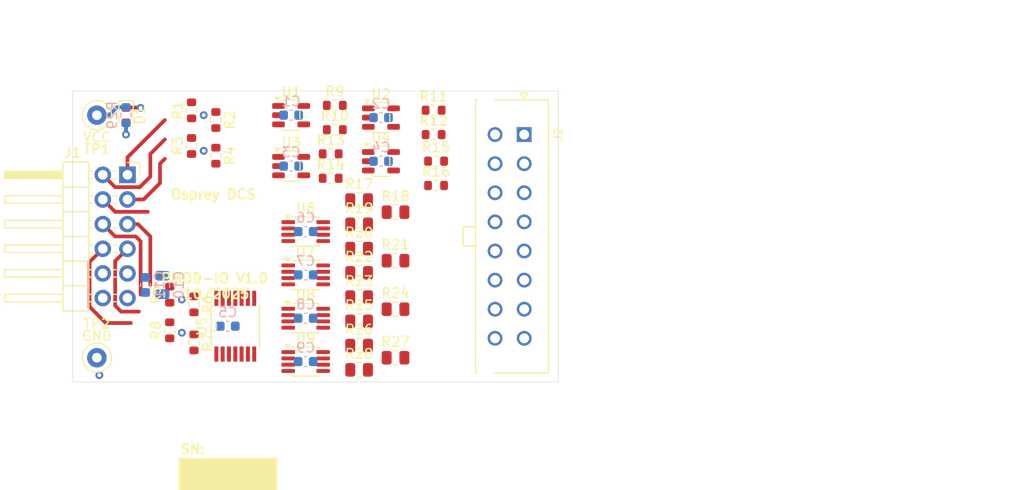
<source format=kicad_pcb>
(kicad_pcb (version 20241229) (generator "pcbnew") (generator_version "9.0")
  (layers (0 "F.Cu" signal) (4 "In1.Cu" signal) (6 "In2.Cu" signal) (2 "B.Cu" signal) (13 "F.Paste" user) (15 "B.Paste" user) (5 "F.SilkS" user "F.Silkscreen") (7 "B.SilkS" user "B.Silkscreen") (1 "F.Mask" user) (3 "B.Mask" user) (25 "Edge.Cuts" user))
  (net 0 "")
  (net 1 "GND")
  (net 2 "+3.3V")
  (net 3 "Net-(D1-A)")
  (net 4 "/PMOD_IN3")
  (net 5 "/PMOD_IN2")
  (net 6 "/PMOD_IN1")
  (net 7 "/PMOD_OUT2")
  (net 8 "/PMOD_IN4")
  (net 9 "/PMOD_OUT4")
  (net 10 "/PMOD_OUT1")
  (net 11 "/OUT1")
  (net 12 "/IN1")
  (net 13 "/OUT2")
  (net 14 "/IN2")
  (net 15 "/IN3")
  (net 16 "/IN4")
  (net 17 "/OUT4")
  (net 18 "/OUT3")
  (net 19 "Net-(U6-1Y)")
  (net 20 "Net-(U6-2Y)")
  (net 21 "Net-(U6-3Y)")
  (net 22 "Net-(U7-1Y)")
  (net 23 "Net-(U7-2Y)")
  (net 24 "Net-(U7-3Y)")
  (net 25 "Net-(U8-1Y)")
  (net 26 "Net-(U8-2Y)")
  (net 27 "Net-(U8-3Y)")
  (net 28 "Net-(U9-1Y)")
  (net 29 "Net-(U9-2Y)")
  (net 30 "Net-(U9-3Y)")
  (net 35 "Net-(U5-2Y)")
  (net 36 "Net-(U5-4Y)")
  (net 37 "Net-(U5-3Y)")
  (net 39 "/PMOD_OUT3")
  (net 40 "Net-(U5-5Y)")
  (net 42 "Net-(U1-1Y)")
  (net 43 "Net-(U2-1A)")
  (net 44 "Net-(U3-1A)")
  (net 45 "Net-(U4-1A)")
  (footprint "0local:R_0603_1608Metric" (layer "F.Cu") (at 126.575 76.49)
    (property "Reference" "R13" (at 0 -1.43 0) (layer "F.SilkS"))
    (property "Value" "1k")
    (pad "1" smd roundrect (at -0.825 0) (size 0.8 0.95) (layers "F.Cu" "F.Mask" "F.Paste") (net 44 "Net-(U3-1A)"))
    (pad "2" smd roundrect (at 0.825 0) (size 0.8 0.95) (layers "F.Cu" "F.Mask" "F.Paste") (net 15 "/IN3"))
  )
  (footprint "0local:SN74LVC3G34DCT" (layer "F.Cu") (at 124 97.895)
    (property "Reference" "U9" (at 0 -2.4 0) (layer "F.SilkS"))
    (property "Value" "SN74LVC3G34DCT")
    (pad "1" smd roundrect (at -1.8 -0.975 270) (size 0.4 1.4) (layers "F.Cu" "F.Mask" "F.Paste") (net 37 "Net-(U5-3Y)"))
    (pad "2" smd roundrect (at -1.8 -0.325 270) (size 0.4 1.4) (layers "F.Cu" "F.Mask" "F.Paste") (net 30 "Net-(U9-3Y)"))
    (pad "3" smd roundrect (at -1.8 0.325 270) (size 0.4 1.4) (layers "F.Cu" "F.Mask" "F.Paste") (net 37 "Net-(U5-3Y)"))
    (pad "4" smd roundrect (at -1.8 0.975 270) (size 0.4 1.4) (layers "F.Cu" "F.Mask" "F.Paste") (net 1 "GND"))
    (pad "5" smd roundrect (at 1.8 0.975 270) (size 0.4 1.4) (layers "F.Cu" "F.Mask" "F.Paste") (net 29 "Net-(U9-2Y)"))
    (pad "6" smd roundrect (at 1.8 0.325 270) (size 0.4 1.4) (layers "F.Cu" "F.Mask" "F.Paste") (net 37 "Net-(U5-3Y)"))
    (pad "7" smd roundrect (at 1.8 -0.325 270) (size 0.4 1.4) (layers "F.Cu" "F.Mask" "F.Paste") (net 28 "Net-(U9-1Y)"))
    (pad "8" smd roundrect (at 1.8 -0.975 270) (size 0.4 1.4) (layers "F.Cu" "F.Mask" "F.Paste") (net 2 "+3.3V"))
  )
  (footprint "0local:SN74LVC3G34DCT" (layer "F.Cu") (at 124 88.965)
    (property "Reference" "U7" (at 0 -2.4 0) (layer "F.SilkS"))
    (property "Value" "SN74LVC3G34DCT")
    (pad "1" smd roundrect (at -1.8 -0.975 270) (size 0.4 1.4) (layers "F.Cu" "F.Mask" "F.Paste") (net 40 "Net-(U5-5Y)"))
    (pad "2" smd roundrect (at -1.8 -0.325 270) (size 0.4 1.4) (layers "F.Cu" "F.Mask" "F.Paste") (net 24 "Net-(U7-3Y)"))
    (pad "3" smd roundrect (at -1.8 0.325 270) (size 0.4 1.4) (layers "F.Cu" "F.Mask" "F.Paste") (net 40 "Net-(U5-5Y)"))
    (pad "4" smd roundrect (at -1.8 0.975 270) (size 0.4 1.4) (layers "F.Cu" "F.Mask" "F.Paste") (net 1 "GND"))
    (pad "5" smd roundrect (at 1.8 0.975 270) (size 0.4 1.4) (layers "F.Cu" "F.Mask" "F.Paste") (net 23 "Net-(U7-2Y)"))
    (pad "6" smd roundrect (at 1.8 0.325 270) (size 0.4 1.4) (layers "F.Cu" "F.Mask" "F.Paste") (net 40 "Net-(U5-5Y)"))
    (pad "7" smd roundrect (at 1.8 -0.325 270) (size 0.4 1.4) (layers "F.Cu" "F.Mask" "F.Paste") (net 22 "Net-(U7-1Y)"))
    (pad "8" smd roundrect (at 1.8 -0.975 270) (size 0.4 1.4) (layers "F.Cu" "F.Mask" "F.Paste") (net 2 "+3.3V"))
  )
  (footprint "0local:R_0805_2012Metric" (layer "F.Cu") (at 133.25 97.5)
    (property "Reference" "R27" (at 0 -1.65 0) (layer "F.SilkS"))
    (property "Value" "143")
    (pad "1" smd roundrect (at -0.9125 0) (size 1.025 1.4) (layers "F.Cu" "F.Mask" "F.Paste") (roundrect_rratio 0.243902) (net 29 "Net-(U9-2Y)"))
    (pad "2" smd roundrect (at 0.9125 0) (size 1.025 1.4) (layers "F.Cu" "F.Mask" "F.Paste") (roundrect_rratio 0.243902) (net 17 "/OUT4"))
  )
  (footprint "0local:R_0805_2012Metric" (layer "F.Cu") (at 133.25 82.5)
    (property "Reference" "R18" (at 0 -1.65 0) (layer "F.SilkS"))
    (property "Value" "143")
    (pad "1" smd roundrect (at -0.9125 0) (size 1.025 1.4) (layers "F.Cu" "F.Mask" "F.Paste") (roundrect_rratio 0.243902) (net 20 "Net-(U6-2Y)"))
    (pad "2" smd roundrect (at 0.9125 0) (size 1.025 1.4) (layers "F.Cu" "F.Mask" "F.Paste") (roundrect_rratio 0.243902) (net 11 "/OUT1"))
  )
  (footprint "0local:R_0805_2012Metric" (layer "F.Cu") (at 129.5 81.25)
    (property "Reference" "R17" (at 0 -1.65 0) (layer "F.SilkS"))
    (property "Value" "143")
    (pad "1" smd roundrect (at -0.9125 0) (size 1.025 1.4) (layers "F.Cu" "F.Mask" "F.Paste") (roundrect_rratio 0.243902) (net 19 "Net-(U6-1Y)"))
    (pad "2" smd roundrect (at 0.9125 0) (size 1.025 1.4) (layers "F.Cu" "F.Mask" "F.Paste") (roundrect_rratio 0.243902) (net 11 "/OUT1"))
  )
  (footprint "0local:R_0603_1608Metric" (layer "F.Cu") (at 137.175 71.99)
    (property "Reference" "R11" (at 0 -1.43 0) (layer "F.SilkS"))
    (property "Value" "1k")
    (pad "1" smd roundrect (at -0.825 0) (size 0.8 0.95) (layers "F.Cu" "F.Mask" "F.Paste") (net 43 "Net-(U2-1A)"))
    (pad "2" smd roundrect (at 0.825 0) (size 0.8 0.95) (layers "F.Cu" "F.Mask" "F.Paste") (net 14 "/IN2"))
  )
  (footprint "0local:R_0805_2012Metric" (layer "F.Cu") (at 133.25 92.5)
    (property "Reference" "R24" (at 0 -1.65 0) (layer "F.SilkS"))
    (property "Value" "143")
    (pad "1" smd roundrect (at -0.9125 0) (size 1.025 1.4) (layers "F.Cu" "F.Mask" "F.Paste") (roundrect_rratio 0.243902) (net 26 "Net-(U8-2Y)"))
    (pad "2" smd roundrect (at 0.9125 0) (size 1.025 1.4) (layers "F.Cu" "F.Mask" "F.Paste") (roundrect_rratio 0.243902) (net 18 "/OUT3"))
  )
  (footprint "0local:R_0805_2012Metric" (layer "F.Cu") (at 129.5 86.25)
    (property "Reference" "R20" (at 0 -1.65 0) (layer "F.SilkS"))
    (property "Value" "143")
    (pad "1" smd roundrect (at -0.9125 0) (size 1.025 1.4) (layers "F.Cu" "F.Mask" "F.Paste") (roundrect_rratio 0.243902) (net 22 "Net-(U7-1Y)"))
    (pad "2" smd roundrect (at 0.9125 0) (size 1.025 1.4) (layers "F.Cu" "F.Mask" "F.Paste") (roundrect_rratio 0.243902) (net 13 "/OUT2"))
  )
  (footprint "0local:R_0805_2012Metric" (layer "F.Cu") (at 129.5 88.75)
    (property "Reference" "R22" (at 0 -1.65 0) (layer "F.SilkS"))
    (property "Value" "143")
    (pad "1" smd roundrect (at -0.9125 0) (size 1.025 1.4) (layers "F.Cu" "F.Mask" "F.Paste") (roundrect_rratio 0.243902) (net 24 "Net-(U7-3Y)"))
    (pad "2" smd roundrect (at 0.9125 0) (size 1.025 1.4) (layers "F.Cu" "F.Mask" "F.Paste") (roundrect_rratio 0.243902) (net 13 "/OUT2"))
  )
  (footprint "0local:R_0603_1608Metric" (layer "F.Cu") (at 127 74)
    (property "Reference" "R10" (at 0 -1.43 0) (layer "F.SilkS"))
    (property "Value" "50k")
    (pad "1" smd roundrect (at -0.825 0) (size 0.8 0.95) (layers "F.Cu" "F.Mask" "F.Paste") (net 1 "GND"))
    (pad "2" smd roundrect (at 0.825 0) (size 0.8 0.95) (layers "F.Cu" "F.Mask" "F.Paste") (net 12 "/IN1"))
  )
  (footprint "0local:R_0603_1608Metric" (layer "F.Cu") (at 137.425 79.75)
    (property "Reference" "R16" (at 0 -1.43 0) (layer "F.SilkS"))
    (property "Value" "50k")
    (pad "1" smd roundrect (at -0.825 0) (size 0.8 0.95) (layers "F.Cu" "F.Mask" "F.Paste") (net 1 "GND"))
    (pad "2" smd roundrect (at 0.825 0) (size 0.8 0.95) (layers "F.Cu" "F.Mask" "F.Paste") (net 16 "/IN4"))
  )
  (footprint "0local:R_0603_1608Metric" (layer "F.Cu") (at 126.575 79)
    (property "Reference" "R14" (at 0 -1.43 0) (layer "F.SilkS"))
    (property "Value" "50k")
    (pad "1" smd roundrect (at -0.825 0) (size 0.8 0.95) (layers "F.Cu" "F.Mask" "F.Paste") (net 1 "GND"))
    (pad "2" smd roundrect (at 0.825 0) (size 0.8 0.95) (layers "F.Cu" "F.Mask" "F.Paste") (net 15 "/IN3"))
  )
  (footprint "0local:R_0805_2012Metric" (layer "F.Cu") (at 129.5 96.25)
    (property "Reference" "R26" (at 0 -1.65 0) (layer "F.SilkS"))
    (property "Value" "143")
    (pad "1" smd roundrect (at -0.9125 0) (size 1.025 1.4) (layers "F.Cu" "F.Mask" "F.Paste") (roundrect_rratio 0.243902) (net 28 "Net-(U9-1Y)"))
    (pad "2" smd roundrect (at 0.9125 0) (size 1.025 1.4) (layers "F.Cu" "F.Mask" "F.Paste") (roundrect_rratio 0.243902) (net 17 "/OUT4"))
  )
  (footprint "0local:SN74LVC1G16DBVR" (layer "F.Cu") (at 131.75 77.25)
    (property "Reference" "U4" (at 0 -2.4 0) (layer "F.SilkS"))
    (property "Value" "SN74LVC1G16DBVR")
    (pad "1" smd roundrect (at -1.3 -0.95) (size 1.3 0.6) (layers "F.Cu" "F.Mask" "F.Paste"))
    (pad "2" smd roundrect (at -1.3 0) (size 1.3 0.6) (layers "F.Cu" "F.Mask" "F.Paste") (net 45 "Net-(U4-1A)"))
    (pad "3" smd roundrect (at -1.3 0.95) (size 1.3 0.6) (layers "F.Cu" "F.Mask" "F.Paste") (net 1 "GND"))
    (pad "4" smd roundrect (at 1.3 0.95) (size 1.3 0.6) (layers "F.Cu" "F.Mask" "F.Paste") (net 8 "/PMOD_IN4"))
    (pad "5" smd roundrect (at 1.3 -0.95) (size 1.3 0.6) (layers "F.Cu" "F.Mask" "F.Paste") (net 2 "+3.3V"))
  )
  (footprint "0local:R_0603_1608Metric" (layer "F.Cu") (at 137.175 74.5)
    (property "Reference" "R12" (at 0 -1.43 0) (layer "F.SilkS"))
    (property "Value" "50k")
    (pad "1" smd roundrect (at -0.825 0) (size 0.8 0.95) (layers "F.Cu" "F.Mask" "F.Paste") (net 1 "GND"))
    (pad "2" smd roundrect (at 0.825 0) (size 0.8 0.95) (layers "F.Cu" "F.Mask" "F.Paste") (net 14 "/IN2"))
  )
  (footprint "0local:SN74AC1xPWR" (layer "F.Cu") (at 116.75 94.25 90)
    (property "Reference" "U5" (at 0 -3.435 90) (layer "F.SilkS"))
    (property "Value" "SN74AC14PWR")
    (pad "1" smd roundrect (at -2.87 -1.95 90) (size 1.57 0.41) (layers "F.Cu" "F.Mask" "F.Paste") (roundrect_rratio 0.125) (net 2 "+3.3V"))
    (pad "2" smd roundrect (at -2.87 -1.3 90) (size 1.57 0.41) (layers "F.Cu" "F.Mask" "F.Paste") (roundrect_rratio 0.125))
    (pad "3" smd roundrect (at -2.87 -0.65 90) (size 1.57 0.41) (layers "F.Cu" "F.Mask" "F.Paste") (roundrect_rratio 0.125) (net 39 "/PMOD_OUT3"))
    (pad "4" smd roundrect (at -2.87 0 90) (size 1.57 0.41) (layers "F.Cu" "F.Mask" "F.Paste") (roundrect_rratio 0.125) (net 35 "Net-(U5-2Y)"))
    (pad "5" smd roundrect (at -2.87 0.65 90) (size 1.57 0.41) (layers "F.Cu" "F.Mask" "F.Paste") (roundrect_rratio 0.125) (net 9 "/PMOD_OUT4"))
    (pad "6" smd roundrect (at -2.87 1.3 90) (size 1.57 0.41) (layers "F.Cu" "F.Mask" "F.Paste") (roundrect_rratio 0.125) (net 37 "Net-(U5-3Y)"))
    (pad "7" smd roundrect (at -2.87 1.95 90) (size 1.57 0.41) (layers "F.Cu" "F.Mask" "F.Paste") (roundrect_rratio 0.125) (net 1 "GND"))
    (pad "8" smd roundrect (at 2.87 1.95 90) (size 1.57 0.41) (layers "F.Cu" "F.Mask" "F.Paste") (roundrect_rratio 0.125) (net 36 "Net-(U5-4Y)"))
    (pad "9" smd roundrect (at 2.87 1.3 90) (size 1.57 0.41) (layers "F.Cu" "F.Mask" "F.Paste") (roundrect_rratio 0.125) (net 10 "/PMOD_OUT1"))
    (pad "10" smd roundrect (at 2.87 0.65 90) (size 1.57 0.41) (layers "F.Cu" "F.Mask" "F.Paste") (roundrect_rratio 0.125) (net 40 "Net-(U5-5Y)"))
    (pad "11" smd roundrect (at 2.87 0 90) (size 1.57 0.41) (layers "F.Cu" "F.Mask" "F.Paste") (roundrect_rratio 0.125) (net 7 "/PMOD_OUT2"))
    (pad "12" smd roundrect (at 2.87 -0.65 90) (size 1.57 0.41) (layers "F.Cu" "F.Mask" "F.Paste") (roundrect_rratio 0.125))
    (pad "13" smd roundrect (at 2.87 -1.3 90) (size 1.57 0.41) (layers "F.Cu" "F.Mask" "F.Paste") (roundrect_rratio 0.125) (net 2 "+3.3V"))
    (pad "14" smd roundrect (at 2.87 -1.95 90) (size 1.57 0.41) (layers "F.Cu" "F.Mask" "F.Paste") (roundrect_rratio 0.125) (net 2 "+3.3V"))
  )
  (footprint "0local:R_0603_1608Metric" (layer "F.Cu") (at 112.5 95.925 -90)
    (property "Reference" "R7" (at 0 -1.43 90) (layer "F.SilkS"))
    (property "Value" "10k")
    (pad "1" smd roundrect (at -0.825 0 270) (size 0.8 0.95) (layers "F.Cu" "F.Mask" "F.Paste") (net 2 "+3.3V"))
    (pad "2" smd roundrect (at 0.825 0 270) (size 0.8 0.95) (layers "F.Cu" "F.Mask" "F.Paste") (net 39 "/PMOD_OUT3"))
  )
  (footprint "0local:R_0603_1608Metric" (layer "F.Cu") (at 112.5 92 -90)
    (property "Reference" "R6" (at 0 -1.43 90) (layer "F.SilkS"))
    (property "Value" "10k")
    (pad "1" smd roundrect (at -0.825 0 270) (size 0.8 0.95) (layers "F.Cu" "F.Mask" "F.Paste") (net 2 "+3.3V"))
    (pad "2" smd roundrect (at 0.825 0 270) (size 0.8 0.95) (layers "F.Cu" "F.Mask" "F.Paste") (net 7 "/PMOD_OUT2"))
  )
  (footprint "0local:R_0805_2012Metric" (layer "F.Cu") (at 133.25 87.5)
    (property "Reference" "R21" (at 0 -1.65 0) (layer "F.SilkS"))
    (property "Value" "143")
    (pad "1" smd roundrect (at -0.9125 0) (size 1.025 1.4) (layers "F.Cu" "F.Mask" "F.Paste") (roundrect_rratio 0.243902) (net 23 "Net-(U7-2Y)"))
    (pad "2" smd roundrect (at 0.9125 0) (size 1.025 1.4) (layers "F.Cu" "F.Mask" "F.Paste") (roundrect_rratio 0.243902) (net 13 "/OUT2"))
  )
  (footprint "0local:R_0603_1608Metric" (layer "F.Cu") (at 110 94.675 90)
    (property "Reference" "R8" (at 0 -1.43 90) (layer "F.SilkS"))
    (property "Value" "10k")
    (pad "1" smd roundrect (at -0.825 0 90) (size 0.8 0.95) (layers "F.Cu" "F.Mask" "F.Paste") (net 2 "+3.3V"))
    (pad "2" smd roundrect (at 0.825 0 90) (size 0.8 0.95) (layers "F.Cu" "F.Mask" "F.Paste") (net 9 "/PMOD_OUT4"))
  )
  (footprint "0local:TestPoint_Loop_D1.80mm_Drill1.0mm_Beaded" (layer "F.Cu") (at 102.5 72.5)
    (property "Reference" "TP1" (at 0 3.5 0) (layer "F.SilkS"))
    (property "Value" "TestPoint")
    (pad "1" thru_hole circle (at 0 0) (size 2 2) (drill 1) (layers "*.Cu" "*.Mask") (net 2 "+3.3V"))
  )
  (footprint "0local:R_0805_2012Metric" (layer "F.Cu") (at 129.5 91.25)
    (property "Reference" "R23" (at 0 -1.65 0) (layer "F.SilkS"))
    (property "Value" "143")
    (pad "1" smd roundrect (at -0.9125 0) (size 1.025 1.4) (layers "F.Cu" "F.Mask" "F.Paste") (roundrect_rratio 0.243902) (net 25 "Net-(U8-1Y)"))
    (pad "2" smd roundrect (at 0.9125 0) (size 1.025 1.4) (layers "F.Cu" "F.Mask" "F.Paste") (roundrect_rratio 0.243902) (net 18 "/OUT3"))
  )
  (footprint "0local:SN74LVC1G16DBVR" (layer "F.Cu") (at 131.75 72.75)
    (property "Reference" "U2" (at 0 -2.4 0) (layer "F.SilkS"))
    (property "Value" "SN74LVC1G16DBVR")
    (pad "1" smd roundrect (at -1.3 -0.95) (size 1.3 0.6) (layers "F.Cu" "F.Mask" "F.Paste"))
    (pad "2" smd roundrect (at -1.3 0) (size 1.3 0.6) (layers "F.Cu" "F.Mask" "F.Paste") (net 43 "Net-(U2-1A)"))
    (pad "3" smd roundrect (at -1.3 0.95) (size 1.3 0.6) (layers "F.Cu" "F.Mask" "F.Paste") (net 1 "GND"))
    (pad "4" smd roundrect (at 1.3 0.95) (size 1.3 0.6) (layers "F.Cu" "F.Mask" "F.Paste") (net 5 "/PMOD_IN2"))
    (pad "5" smd roundrect (at 1.3 -0.95) (size 1.3 0.6) (layers "F.Cu" "F.Mask" "F.Paste") (net 2 "+3.3V"))
  )
  (footprint "0local:SN74LVC3G34DCT" (layer "F.Cu") (at 124 84.5)
    (property "Reference" "U6" (at 0 -2.4 0) (layer "F.SilkS"))
    (property "Value" "SN74LVC3G34DCT")
    (pad "1" smd roundrect (at -1.8 -0.975 270) (size 0.4 1.4) (layers "F.Cu" "F.Mask" "F.Paste") (net 36 "Net-(U5-4Y)"))
    (pad "2" smd roundrect (at -1.8 -0.325 270) (size 0.4 1.4) (layers "F.Cu" "F.Mask" "F.Paste") (net 21 "Net-(U6-3Y)"))
    (pad "3" smd roundrect (at -1.8 0.325 270) (size 0.4 1.4) (layers "F.Cu" "F.Mask" "F.Paste") (net 36 "Net-(U5-4Y)"))
    (pad "4" smd roundrect (at -1.8 0.975 270) (size 0.4 1.4) (layers "F.Cu" "F.Mask" "F.Paste") (net 1 "GND"))
    (pad "5" smd roundrect (at 1.8 0.975 270) (size 0.4 1.4) (layers "F.Cu" "F.Mask" "F.Paste") (net 20 "Net-(U6-2Y)"))
    (pad "6" smd roundrect (at 1.8 0.325 270) (size 0.4 1.4) (layers "F.Cu" "F.Mask" "F.Paste") (net 36 "Net-(U5-4Y)"))
    (pad "7" smd roundrect (at 1.8 -0.325 270) (size 0.4 1.4) (layers "F.Cu" "F.Mask" "F.Paste") (net 19 "Net-(U6-1Y)"))
    (pad "8" smd roundrect (at 1.8 -0.975 270) (size 0.4 1.4) (layers "F.Cu" "F.Mask" "F.Paste") (net 2 "+3.3V"))
  )
  (footprint "0local:SN74LVC1G16DBVR" (layer "F.Cu") (at 122.5 77.75)
    (property "Reference" "U3" (at 0 -2.4 0) (layer "F.SilkS"))
    (property "Value" "SN74LVC1G16DBVR")
    (pad "1" smd roundrect (at -1.3 -0.95) (size 1.3 0.6) (layers "F.Cu" "F.Mask" "F.Paste"))
    (pad "2" smd roundrect (at -1.3 0) (size 1.3 0.6) (layers "F.Cu" "F.Mask" "F.Paste") (net 44 "Net-(U3-1A)"))
    (pad "3" smd roundrect (at -1.3 0.95) (size 1.3 0.6) (layers "F.Cu" "F.Mask" "F.Paste") (net 1 "GND"))
    (pad "4" smd roundrect (at 1.3 0.95) (size 1.3 0.6) (layers "F.Cu" "F.Mask" "F.Paste") (net 4 "/PMOD_IN3"))
    (pad "5" smd roundrect (at 1.3 -0.95) (size 1.3 0.6) (layers "F.Cu" "F.Mask" "F.Paste") (net 2 "+3.3V"))
  )
  (footprint "0local:TestPoint_Loop_D1.80mm_Drill1.0mm_Beaded" (layer "F.Cu") (at 102.5 97.5)
    (property "Reference" "TP2" (at 0 -3.5 0) (layer "F.SilkS"))
    (property "Value" "TestPoint")
    (pad "1" thru_hole circle (at 0 0) (size 2 2) (drill 1) (layers "*.Cu" "*.Mask") (net 1 "GND"))
  )
  (footprint "0local:R_0603_1608Metric" (layer "F.Cu") (at 112.25 72 90)
    (property "Reference" "R1" (at 0 -1.43 90) (layer "F.SilkS"))
    (property "Value" "10k")
    (pad "1" smd roundrect (at -0.825 0 90) (size 0.8 0.95) (layers "F.Cu" "F.Mask" "F.Paste") (net 2 "+3.3V"))
    (pad "2" smd roundrect (at 0.825 0 90) (size 0.8 0.95) (layers "F.Cu" "F.Mask" "F.Paste") (net 6 "/PMOD_IN1"))
  )
  (footprint "0local:SN74LVC1G16DBVR" (layer "F.Cu") (at 122.5 72.5)
    (property "Reference" "U1" (at 0 -2.4 0) (layer "F.SilkS"))
    (property "Value" "SN74LVC1G16DBVR")
    (pad "1" smd roundrect (at -1.3 -0.95) (size 1.3 0.6) (layers "F.Cu" "F.Mask" "F.Paste"))
    (pad "2" smd roundrect (at -1.3 0) (size 1.3 0.6) (layers "F.Cu" "F.Mask" "F.Paste") (net 42 "Net-(U1-1Y)"))
    (pad "3" smd roundrect (at -1.3 0.95) (size 1.3 0.6) (layers "F.Cu" "F.Mask" "F.Paste") (net 1 "GND"))
    (pad "4" smd roundrect (at 1.3 0.95) (size 1.3 0.6) (layers "F.Cu" "F.Mask" "F.Paste") (net 6 "/PMOD_IN1"))
    (pad "5" smd roundrect (at 1.3 -0.95) (size 1.3 0.6) (layers "F.Cu" "F.Mask" "F.Paste") (net 2 "+3.3V"))
  )
  (footprint "0local:PMOD_2x06_P2.54mm_Mirrored" (layer "F.Cu") (at 105.65 91.35 180)
    (property "Reference" "J1" (at 5.655 14.97 0) (layer "F.SilkS"))
    (property "Value" "PMOD")
    (pad "1" thru_hole rect (at 0 12.7 180) (size 1.7 1.7) (drill 1) (layers "*.Cu" "*.Mask") (net 6 "/PMOD_IN1"))
    (pad "2" thru_hole oval (at 2.54 12.7 180) (size 1.7 1.7) (drill 1) (layers "*.Cu" "*.Mask") (net 5 "/PMOD_IN2"))
    (pad "3" thru_hole oval (at 0 10.16 180) (size 1.7 1.7) (drill 1) (layers "*.Cu" "*.Mask") (net 4 "/PMOD_IN3"))
    (pad "4" thru_hole oval (at 2.54 10.16 180) (size 1.7 1.7) (drill 1) (layers "*.Cu" "*.Mask") (net 8 "/PMOD_IN4"))
    (pad "5" thru_hole oval (at 0 7.62 180) (size 1.7 1.7) (drill 1) (layers "*.Cu" "*.Mask") (net 10 "/PMOD_OUT1"))
    (pad "6" thru_hole oval (at 2.54 7.62 180) (size 1.7 1.7) (drill 1) (layers "*.Cu" "*.Mask") (net 7 "/PMOD_OUT2"))
    (pad "7" thru_hole oval (at 0 5.08 180) (size 1.7 1.7) (drill 1) (layers "*.Cu" "*.Mask") (net 39 "/PMOD_OUT3"))
    (pad "8" thru_hole oval (at 2.54 5.08 180) (size 1.7 1.7) (drill 1) (layers "*.Cu" "*.Mask") (net 9 "/PMOD_OUT4"))
    (pad "9" thru_hole oval (at 0 2.54 180) (size 1.7 1.7) (drill 1) (layers "*.Cu" "*.Mask") (net 1 "GND"))
    (pad "10" thru_hole oval (at 2.54 2.54 180) (size 1.7 1.7) (drill 1) (layers "*.Cu" "*.Mask") (net 1 "GND"))
    (pad "11" thru_hole oval (at 0 0 180) (size 1.7 1.7) (drill 1) (layers "*.Cu" "*.Mask") (net 2 "+3.3V"))
    (pad "12" thru_hole oval (at 2.54 0 180) (size 1.7 1.7) (drill 1) (layers "*.Cu" "*.Mask") (net 2 "+3.3V"))
  )
  (footprint "0local:R_0805_2012Metric" (layer "F.Cu") (at 129.5 93.75)
    (property "Reference" "R25" (at 0 -1.65 0) (layer "F.SilkS"))
    (property "Value" "143")
    (pad "1" smd roundrect (at -0.9125 0) (size 1.025 1.4) (layers "F.Cu" "F.Mask" "F.Paste") (roundrect_rratio 0.243902) (net 27 "Net-(U8-3Y)"))
    (pad "2" smd roundrect (at 0.9125 0) (size 1.025 1.4) (layers "F.Cu" "F.Mask" "F.Paste") (roundrect_rratio 0.243902) (net 18 "/OUT3"))
  )
  (footprint "0local:R_0805_2012Metric" (layer "F.Cu") (at 129.5 83.75)
    (property "Reference" "R19" (at 0 -1.65 0) (layer "F.SilkS"))
    (property "Value" "143")
    (pad "1" smd roundrect (at -0.9125 0) (size 1.025 1.4) (layers "F.Cu" "F.Mask" "F.Paste") (roundrect_rratio 0.243902) (net 21 "Net-(U6-3Y)"))
    (pad "2" smd roundrect (at 0.9125 0) (size 1.025 1.4) (layers "F.Cu" "F.Mask" "F.Paste") (roundrect_rratio 0.243902) (net 11 "/OUT1"))
  )
  (footprint "0local:430451628" (layer "F.Cu") (at 145 85 90)
    (property "Reference" "J2" (at 10.5 5 90) (layer "F.SilkS") (effects (font (size 0.787402 0.787402))))
    (property "Value" "430451628")
    (pad "" np_thru_hole circle (at -13.5 -2.44 90) (size 1.02 1.02) (drill 1.02) (layers "*.Cu" "*.Mask"))
    (pad "" np_thru_hole circle (at 13.5 -2.44 90) (size 1.02 1.02) (drill 1.02) (layers "*.Cu" "*.Mask"))
    (pad "1" thru_hole rect (at 10.5 1.5 90) (size 1.52 1.52) (drill 1.02) (layers "*.Cu") (net 12 "/IN1"))
    (pad "2" thru_hole circle (at 7.5 1.5 90) (size 1.52 1.52) (drill 1.02) (layers "*.Cu") (net 14 "/IN2"))
    (pad "3" thru_hole circle (at 4.5 1.5 90) (size 1.52 1.52) (drill 1.02) (layers "*.Cu") (net 15 "/IN3"))
    (pad "4" thru_hole circle (at 1.5 1.5 90) (size 1.52 1.52) (drill 1.02) (layers "*.Cu") (net 16 "/IN4"))
    (pad "5" thru_hole circle (at -1.5 1.5 90) (size 1.52 1.52) (drill 1.02) (layers "*.Cu") (net 11 "/OUT1"))
    (pad "6" thru_hole circle (at -4.5 1.5 90) (size 1.52 1.52) (drill 1.02) (layers "*.Cu") (net 13 "/OUT2"))
    (pad "7" thru_hole circle (at -7.5 1.5 90) (size 1.52 1.52) (drill 1.02) (layers "*.Cu") (net 18 "/OUT3"))
    (pad "8" thru_hole circle (at -10.5 1.5 90) (size 1.52 1.52) (drill 1.02) (layers "*.Cu") (net 17 "/OUT4"))
    (pad "9" thru_hole circle (at 10.5 -1.5 90) (size 1.52 1.52) (drill 1.02) (layers "*.Cu") (net 1 "GND"))
    (pad "10" thru_hole circle (at 7.5 -1.5 90) (size 1.52 1.52) (drill 1.02) (layers "*.Cu") (net 1 "GND"))
    (pad "11" thru_hole circle (at 4.5 -1.5 90) (size 1.52 1.52) (drill 1.02) (layers "*.Cu") (net 1 "GND"))
    (pad "12" thru_hole circle (at 1.5 -1.5 90) (size 1.52 1.52) (drill 1.02) (layers "*.Cu") (net 1 "GND"))
    (pad "13" thru_hole circle (at -1.5 -1.5 90) (size 1.52 1.52) (drill 1.02) (layers "*.Cu") (net 1 "GND"))
    (pad "14" thru_hole circle (at -4.5 -1.5 90) (size 1.52 1.52) (drill 1.02) (layers "*.Cu") (net 1 "GND"))
    (pad "15" thru_hole circle (at -7.5 -1.5 90) (size 1.52 1.52) (drill 1.02) (layers "*.Cu") (net 1 "GND"))
    (pad "16" thru_hole circle (at -10.5 -1.5 90) (size 1.52 1.52) (drill 1.02) (layers "*.Cu") (net 1 "GND"))
  )
  (footprint "0local:R_0603_1608Metric" (layer "F.Cu") (at 110 91 90)
    (property "Reference" "R5" (at 0 -1.43 90) (layer "F.SilkS"))
    (property "Value" "10k")
    (pad "1" smd roundrect (at -0.825 0 90) (size 0.8 0.95) (layers "F.Cu" "F.Mask" "F.Paste") (net 2 "+3.3V"))
    (pad "2" smd roundrect (at 0.825 0 90) (size 0.8 0.95) (layers "F.Cu" "F.Mask" "F.Paste") (net 10 "/PMOD_OUT1"))
  )
  (footprint "0local:R_0603_1608Metric" (layer "F.Cu") (at 137.425 77.24)
    (property "Reference" "R15" (at 0 -1.43 0) (layer "F.SilkS"))
    (property "Value" "1k")
    (pad "1" smd roundrect (at -0.825 0) (size 0.8 0.95) (layers "F.Cu" "F.Mask" "F.Paste") (net 45 "Net-(U4-1A)"))
    (pad "2" smd roundrect (at 0.825 0) (size 0.8 0.95) (layers "F.Cu" "F.Mask" "F.Paste") (net 16 "/IN4"))
  )
  (footprint "0local:SN74LVC3G34DCT" (layer "F.Cu") (at 124 93.43)
    (property "Reference" "U8" (at 0 -2.4 0) (layer "F.SilkS"))
    (property "Value" "SN74LVC3G34DCT")
    (pad "1" smd roundrect (at -1.8 -0.975 270) (size 0.4 1.4) (layers "F.Cu" "F.Mask" "F.Paste") (net 35 "Net-(U5-2Y)"))
    (pad "2" smd roundrect (at -1.8 -0.325 270) (size 0.4 1.4) (layers "F.Cu" "F.Mask" "F.Paste") (net 27 "Net-(U8-3Y)"))
    (pad "3" smd roundrect (at -1.8 0.325 270) (size 0.4 1.4) (layers "F.Cu" "F.Mask" "F.Paste") (net 35 "Net-(U5-2Y)"))
    (pad "4" smd roundrect (at -1.8 0.975 270) (size 0.4 1.4) (layers "F.Cu" "F.Mask" "F.Paste") (net 1 "GND"))
    (pad "5" smd roundrect (at 1.8 0.975 270) (size 0.4 1.4) (layers "F.Cu" "F.Mask" "F.Paste") (net 26 "Net-(U8-2Y)"))
    (pad "6" smd roundrect (at 1.8 0.325 270) (size 0.4 1.4) (layers "F.Cu" "F.Mask" "F.Paste") (net 35 "Net-(U5-2Y)"))
    (pad "7" smd roundrect (at 1.8 -0.325 270) (size 0.4 1.4) (layers "F.Cu" "F.Mask" "F.Paste") (net 25 "Net-(U8-1Y)"))
    (pad "8" smd roundrect (at 1.8 -0.975 270) (size 0.4 1.4) (layers "F.Cu" "F.Mask" "F.Paste") (net 2 "+3.3V"))
  )
  (footprint "0local:Mounting_Hole_Slot" (layer "F.Cu") (at 197.715 60.88)
    (property "Reference" "H1" (hide yes))
    (property "Value" "~" (hide yes))
    (pad "" np_thru_hole oval (at -83.115 24.12) (size 8 3) (drill oval 8 3) (layers "F&B.Cu") (clearance 2))
  )
  (footprint "0local:R_0805_2012Metric" (layer "F.Cu") (at 129.5 98.75)
    (property "Reference" "R28" (at 0 -1.65 0) (layer "F.SilkS"))
    (property "Value" "143")
    (pad "1" smd roundrect (at -0.9125 0) (size 1.025 1.4) (layers "F.Cu" "F.Mask" "F.Paste") (roundrect_rratio 0.243902) (net 30 "Net-(U9-3Y)"))
    (pad "2" smd roundrect (at 0.9125 0) (size 1.025 1.4) (layers "F.Cu" "F.Mask" "F.Paste") (roundrect_rratio 0.243902) (net 17 "/OUT4"))
  )
  (footprint "0local:R_0603_1608Metric" (layer "F.Cu") (at 112.25 75.675 90)
    (property "Reference" "R3" (at 0 -1.43 90) (layer "F.SilkS"))
    (property "Value" "10k")
    (pad "1" smd roundrect (at -0.825 0 90) (size 0.8 0.95) (layers "F.Cu" "F.Mask" "F.Paste") (net 2 "+3.3V"))
    (pad "2" smd roundrect (at 0.825 0 90) (size 0.8 0.95) (layers "F.Cu" "F.Mask" "F.Paste") (net 4 "/PMOD_IN3"))
  )
  (footprint "0local:LED_0603_1608Metric" (layer "F.Cu") (at 105.5 72.5 -90)
    (property "Reference" "D1" (at 0 -1.43 90) (layer "F.SilkS"))
    (property "Value" "LED_Green")
    (pad "1" smd roundrect (at -0.7875 0 270) (size 0.875 0.95) (layers "F.Cu" "F.Mask" "F.Paste") (net 1 "GND"))
    (pad "2" smd roundrect (at 0.7875 0 270) (size 0.875 0.95) (layers "F.Cu" "F.Mask" "F.Paste") (net 3 "Net-(D1-A)"))
  )
  (footprint "0local:R_0603_1608Metric" (layer "F.Cu") (at 114.75 76.675 -90)
    (property "Reference" "R4" (at 0 -1.43 90) (layer "F.SilkS"))
    (property "Value" "10k")
    (pad "1" smd roundrect (at -0.825 0 270) (size 0.8 0.95) (layers "F.Cu" "F.Mask" "F.Paste") (net 2 "+3.3V"))
    (pad "2" smd roundrect (at 0.825 0 270) (size 0.8 0.95) (layers "F.Cu" "F.Mask" "F.Paste") (net 8 "/PMOD_IN4"))
  )
  (footprint "0local:R_0603_1608Metric" (layer "F.Cu") (at 114.75 73 -90)
    (property "Reference" "R2" (at 0 -1.43 90) (layer "F.SilkS"))
    (property "Value" "10k")
    (pad "1" smd roundrect (at -0.825 0 270) (size 0.8 0.95) (layers "F.Cu" "F.Mask" "F.Paste") (net 2 "+3.3V"))
    (pad "2" smd roundrect (at 0.825 0 270) (size 0.8 0.95) (layers "F.Cu" "F.Mask" "F.Paste") (net 5 "/PMOD_IN2"))
  )
  (footprint "0local:R_0603_1608Metric" (layer "F.Cu") (at 127 71.49)
    (property "Reference" "R9" (at 0 -1.43 0) (layer "F.SilkS"))
    (property "Value" "1k")
    (pad "1" smd roundrect (at -0.825 0) (size 0.8 0.95) (layers "F.Cu" "F.Mask" "F.Paste") (net 42 "Net-(U1-1Y)"))
    (pad "2" smd roundrect (at 0.825 0) (size 0.8 0.95) (layers "F.Cu" "F.Mask" "F.Paste") (net 12 "/IN1"))
  )
  (footprint "0local:C_0603_1608Metric" (layer "B.Cu") (at 124 93.43 180)
    (property "Reference" "C8" (at 0 1.43 0) (layer "B.SilkS") (effects (justify mirror)))
    (property "Value" "100n")
    (pad "1" smd roundrect (at -0.775 0 180) (size 0.9 0.95) (layers "B.Cu" "B.Mask" "B.Paste") (net 1 "GND"))
    (pad "2" smd roundrect (at 0.775 0 180) (size 0.9 0.95) (layers "B.Cu" "B.Mask" "B.Paste") (net 2 "+3.3V"))
  )
  (footprint "0local:R_0603_1608Metric" (layer "B.Cu") (at 105.5 72.5 -90)
    (property "Reference" "R29" (at 0 1.43 90) (layer "B.SilkS") (effects (justify mirror)))
    (property "Value" "1k")
    (pad "1" smd roundrect (at -0.825 0 270) (size 0.8 0.95) (layers "B.Cu" "B.Mask" "B.Paste") (net 2 "+3.3V"))
    (pad "2" smd roundrect (at 0.825 0 270) (size 0.8 0.95) (layers "B.Cu" "B.Mask" "B.Paste") (net 3 "Net-(D1-A)"))
  )
  (footprint "0local:C_0603_1608Metric" (layer "B.Cu") (at 122.5 77.75 180)
    (property "Reference" "C3" (at 0 1.43 0) (layer "B.SilkS") (effects (justify mirror)))
    (property "Value" "100n")
    (pad "1" smd roundrect (at -0.775 0 180) (size 0.9 0.95) (layers "B.Cu" "B.Mask" "B.Paste") (net 1 "GND"))
    (pad "2" smd roundrect (at 0.775 0 180) (size 0.9 0.95) (layers "B.Cu" "B.Mask" "B.Paste") (net 2 "+3.3V"))
  )
  (footprint "0local:C_0805_2012Metric" (layer "B.Cu") (at 109.25 90 90)
    (property "Reference" "C10" (at 0 1.68 90) (layer "B.SilkS") (effects (justify mirror)))
    (property "Value" "10u")
    (pad "1" smd roundrect (at -0.95 0 90) (size 1 1.45) (layers "B.Cu" "B.Mask" "B.Paste") (net 2 "+3.3V"))
    (pad "2" smd roundrect (at 0.95 0 90) (size 1 1.45) (layers "B.Cu" "B.Mask" "B.Paste") (net 1 "GND"))
  )
  (footprint "0local:C_0603_1608Metric" (layer "B.Cu") (at 107.5 90 90)
    (property "Reference" "C11" (at 0 1.43 90) (layer "B.SilkS") (effects (justify mirror)))
    (property "Value" "1u")
    (pad "1" smd roundrect (at -0.775 0 90) (size 0.9 0.95) (layers "B.Cu" "B.Mask" "B.Paste") (net 2 "+3.3V"))
    (pad "2" smd roundrect (at 0.775 0 90) (size 0.9 0.95) (layers "B.Cu" "B.Mask" "B.Paste") (net 1 "GND"))
  )
  (footprint "0local:C_0603_1608Metric" (layer "B.Cu") (at 115.975 94.25 180)
    (property "Reference" "C5" (at 0 1.43 0) (layer "B.SilkS") (effects (justify mirror)))
    (property "Value" "100n")
    (pad "1" smd roundrect (at -0.775 0 180) (size 0.9 0.95) (layers "B.Cu" "B.Mask" "B.Paste") (net 1 "GND"))
    (pad "2" smd roundrect (at 0.775 0 180) (size 0.9 0.95) (layers "B.Cu" "B.Mask" "B.Paste") (net 2 "+3.3V"))
  )
  (footprint "0local:C_0603_1608Metric" (layer "B.Cu") (at 124 84.5 180)
    (property "Reference" "C6" (at 0 1.43 0) (layer "B.SilkS") (effects (justify mirror)))
    (property "Value" "100n")
    (pad "1" smd roundrect (at -0.775 0 180) (size 0.9 0.95) (layers "B.Cu" "B.Mask" "B.Paste") (net 1 "GND"))
    (pad "2" smd roundrect (at 0.775 0 180) (size 0.9 0.95) (layers "B.Cu" "B.Mask" "B.Paste") (net 2 "+3.3V"))
  )
  (footprint "0local:C_0603_1608Metric" (layer "B.Cu") (at 131.75 77.25 180)
    (property "Reference" "C4" (at 0 1.43 0) (layer "B.SilkS") (effects (justify mirror)))
    (property "Value" "100n")
    (pad "1" smd roundrect (at -0.775 0 180) (size 0.9 0.95) (layers "B.Cu" "B.Mask" "B.Paste") (net 1 "GND"))
    (pad "2" smd roundrect (at 0.775 0 180) (size 0.9 0.95) (layers "B.Cu" "B.Mask" "B.Paste") (net 2 "+3.3V"))
  )
  (footprint "0local:C_0603_1608Metric" (layer "B.Cu") (at 124 88.965 180)
    (property "Reference" "C7" (at 0 1.43 0) (layer "B.SilkS") (effects (justify mirror)))
    (property "Value" "100n")
    (pad "1" smd roundrect (at -0.775 0 180) (size 0.9 0.95) (layers "B.Cu" "B.Mask" "B.Paste") (net 1 "GND"))
    (pad "2" smd roundrect (at 0.775 0 180) (size 0.9 0.95) (layers "B.Cu" "B.Mask" "B.Paste") (net 2 "+3.3V"))
  )
  (footprint "0local:C_0603_1608Metric" (layer "B.Cu") (at 122.5 72.5 180)
    (property "Reference" "C1" (at 0 1.43 0) (layer "B.SilkS") (effects (justify mirror)))
    (property "Value" "100n")
    (pad "1" smd roundrect (at -0.775 0 180) (size 0.9 0.95) (layers "B.Cu" "B.Mask" "B.Paste") (net 1 "GND"))
    (pad "2" smd roundrect (at 0.775 0 180) (size 0.9 0.95) (layers "B.Cu" "B.Mask" "B.Paste") (net 2 "+3.3V"))
  )
  (footprint "0local:C_0603_1608Metric" (layer "B.Cu") (at 131.75 72.75 180)
    (property "Reference" "C2" (at 0 1.43 0) (layer "B.SilkS") (effects (justify mirror)))
    (property "Value" "100n")
    (pad "1" smd roundrect (at -0.775 0 180) (size 0.9 0.95) (layers "B.Cu" "B.Mask" "B.Paste") (net 1 "GND"))
    (pad "2" smd roundrect (at 0.775 0 180) (size 0.9 0.95) (layers "B.Cu" "B.Mask" "B.Paste") (net 2 "+3.3V"))
  )
  (footprint "0local:C_0603_1608Metric" (layer "B.Cu") (at 124 97.895 180)
    (property "Reference" "C9" (at 0 1.43 0) (layer "B.SilkS") (effects (justify mirror)))
    (property "Value" "100n")
    (pad "1" smd roundrect (at -0.775 0 180) (size 0.9 0.95) (layers "B.Cu" "B.Mask" "B.Paste") (net 1 "GND"))
    (pad "2" smd roundrect (at 0.775 0 180) (size 0.9 0.95) (layers "B.Cu" "B.Mask" "B.Paste") (net 2 "+3.3V"))
  )
  (gr_rect (start 110.975 107.9225) (end 121.025 111.0775) (stroke (width 0.15)) (fill yes) (layer "F.SilkS"))
  (gr_rect (start 100 70) (end 150 100) (stroke (width 0.05)) (fill no) (layer "Edge.Cuts"))
  (gr_text "SN:" (at 111 107.5 0) (layer "F.SilkS") (effects (font (size 1 1) (thickness 0.2) (bold yes)) (justify left bottom)))
  (gr_text "GND" (at 102.5 95.25 0) (layer "F.SilkS") (effects (font (size 1 1))))
  (gr_text "VCC" (at 102.5 74.75 0) (layer "F.SilkS") (effects (font (size 1 1))))
  (gr_text "PMOD-IO V1.0\n   10/2025" (at 109 91.5 0) (layer "F.SilkS") (effects (font (size 1 1) (thickness 0.2) (bold yes)) (justify left bottom)))
  (gr_text "Osprey DCS" (at 110 81.25 0) (layer "F.SilkS") (effects (font (size 1 1) (thickness 0.2) (bold yes)) (justify left bottom)))
  (segment (start 106.9625 71.7125) (end 107 71.75) (width 0.381) (layer "F.Cu") (net 1))
  (segment (start 105.5 71.7125) (end 106.9625 71.7125) (width 0.381) (layer "F.Cu") (net 1))
  (via (at 102.75 99.2952) (size 0.8) (drill 0.4) (layers "F.Cu" "B.Cu") (net 1))
  (via (at 107 71.75) (size 0.8) (drill 0.4) (layers "F.Cu" "B.Cu") (net 1))
  (via (at 113.5 76.175) (size 0.8) (drill 0.4) (layers "F.Cu" "B.Cu") (net 2))
  (via (at 113.5 72.5) (size 0.8) (drill 0.4) (layers "F.Cu" "B.Cu") (net 2))
  (via (at 111.25 91.5) (size 0.8) (drill 0.4) (layers "F.Cu" "B.Cu") (net 2))
  (via (at 111.25 94.925) (size 0.8) (drill 0.4) (layers "F.Cu" "B.Cu") (net 2))
  (segment (start 105.65 91.35) (end 105.85 91.35) (width 0.381) (layer "B.Cu") (net 2))
  (segment (start 104.575 71.675) (end 105.5 71.675) (width 0.381) (layer "B.Cu") (net 2))
  (segment (start 103.75 72.5) (end 104.575 71.675) (width 0.381) (layer "B.Cu") (net 2))
  (segment (start 102.5 72.5) (end 103.75 72.5) (width 0.381) (layer "B.Cu") (net 2))
  (segment (start 105.5 73.2875) (end 105.5 74.5) (width 0.381) (layer "F.Cu") (net 3))
  (via (at 105.5 74.5) (size 0.8) (drill 0.4) (layers "F.Cu" "B.Cu") (net 3))
  (segment (start 105.5 73.325) (end 105.5 74.5) (width 0.381) (layer "B.Cu") (net 3))
  (segment (start 107.31 81.19) (end 105.65 81.19) (width 0.381) (layer "F.Cu") (net 4))
  (segment (start 109 77.5) (end 109 79.5) (width 0.381) (layer "F.Cu") (net 4))
  (segment (start 109 79.5) (end 107.31 81.19) (width 0.381) (layer "F.Cu") (net 4))
  (segment (start 109.5 77) (end 109 77.5) (width 0.381) (layer "F.Cu") (net 4))
  (segment (start 108 76.5) (end 109.5 75) (width 0.381) (layer "F.Cu") (net 5))
  (segment (start 106.9191 79.9191) (end 108 78.8382) (width 0.381) (layer "F.Cu") (net 5))
  (segment (start 104.3791 79.9191) (end 106.9191 79.9191) (width 0.381) (layer "F.Cu") (net 5))
  (segment (start 108 78.8382) (end 108 76.5) (width 0.381) (layer "F.Cu") (net 5))
  (segment (start 103.11 78.65) (end 104.3791 79.9191) (width 0.381) (layer "F.Cu") (net 5))
  (segment (start 105.85 78.65) (end 105.65 78.65) (width 0.381) (layer "F.Cu") (net 6))
  (segment (start 105.65 76.85) (end 105.65 78.65) (width 0.381) (layer "F.Cu") (net 6))
  (segment (start 109.5 73) (end 105.65 76.85) (width 0.381) (layer "F.Cu") (net 6))
  (segment (start 107 85.5) (end 107 91) (width 0.381) (layer "F.Cu") (net 7))
  (segment (start 106.5009 85.0009) (end 107 85.5) (width 0.381) (layer "F.Cu") (net 7))
  (segment (start 103.11 83.73) (end 104.3809 85.0009) (width 0.381) (layer "F.Cu") (net 7))
  (segment (start 104.3809 85.0009) (end 106.5009 85.0009) (width 0.381) (layer "F.Cu") (net 7))
  (segment (start 104.3791 82.4591) (end 103.11 81.19) (width 0.381) (layer "F.Cu") (net 8))
  (segment (start 107.75 82.4591) (end 104.3791 82.4591) (width 0.381) (layer "F.Cu") (net 8))
  (segment (start 103.425 93.925) (end 106 93.925) (width 0.381) (layer "F.Cu") (net 9))
  (segment (start 101.75 92.25) (end 103.425 93.925) (width 0.381) (layer "F.Cu") (net 9))
  (segment (start 101.75 87.63) (end 101.75 92.25) (width 0.381) (layer "F.Cu") (net 9))
  (segment (start 103.11 86.27) (end 101.75 87.63) (width 0.381) (layer "F.Cu") (net 9))
  (segment (start 108 85) (end 108 90) (width 0.381) (layer "F.Cu") (net 10))
  (segment (start 106.73 83.73) (end 108 85) (width 0.381) (layer "F.Cu") (net 10))
  (segment (start 105.65 83.73) (end 106.73 83.73) (width 0.381) (layer "F.Cu") (net 10))
  (segment (start 105.65 86.27) (end 104.3809 87.5391) (width 0.381) (layer "F.Cu") (net 39))
  (segment (start 104.3809 87.5391) (end 104.3809 92.1309) (width 0.381) (layer "F.Cu") (net 39))
  (segment (start 105 92.75) (end 106.825 92.75) (width 0.381) (layer "F.Cu") (net 39))
  (segment (start 104.3809 92.1309) (end 105 92.75) (width 0.381) (layer "F.Cu") (net 39))
)
</source>
